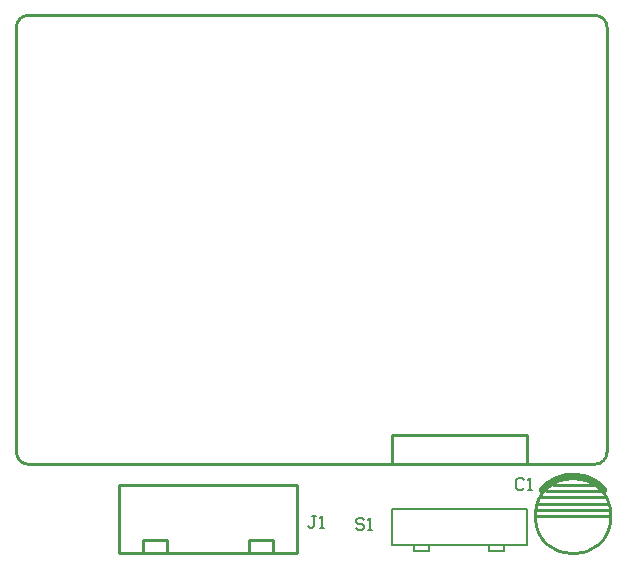
<source format=gto>
%FSLAX25Y25*%
%MOIN*%
G70*
G01*
G75*
G04 Layer_Color=65535*
%ADD10C,0.03000*%
%ADD11C,0.01500*%
%ADD12C,0.06000*%
%ADD13C,0.07087*%
%ADD14C,0.15748*%
%ADD15O,0.03150X0.05118*%
%ADD16R,0.03150X0.05118*%
%ADD17C,0.27559*%
%ADD18R,0.05000X0.06000*%
%ADD19C,0.01000*%
%ADD20C,0.02362*%
%ADD21C,0.00984*%
%ADD22C,0.00800*%
%ADD23C,0.00787*%
%ADD24C,0.00600*%
D19*
X200098Y13921D02*
G03*
X200098Y13921I-12598J0D01*
G01*
X1945Y35193D02*
G03*
X5882Y31256I3937J0D01*
G01*
Y180862D02*
G03*
X1945Y176925I0J-3937D01*
G01*
X198795D02*
G03*
X194858Y180862I-3937J0D01*
G01*
Y31256D02*
G03*
X198795Y35193I0J3937D01*
G01*
X87468Y1811D02*
Y5811D01*
X79594D02*
X87468D01*
X79594Y1811D02*
Y5811D01*
X52035Y1811D02*
Y5811D01*
X44161D02*
X52035D01*
X44161Y1811D02*
Y5811D01*
X36287Y1748D02*
X95342D01*
X36287Y24386D02*
X95342D01*
Y1748D02*
Y24386D01*
X36287Y1748D02*
Y24386D01*
X198795Y35193D02*
Y176925D01*
X5882Y180862D02*
X194858D01*
X1945Y35193D02*
Y176925D01*
X5882Y31256D02*
X194858D01*
X127087D02*
Y41098D01*
X172087D01*
Y31256D02*
Y41098D01*
D20*
X197736Y22670D02*
G03*
X177264Y22670I-10236J-8961D01*
G01*
D21*
X175295Y13921D02*
X199705D01*
X175295Y15890D02*
X199705D01*
X175689Y17858D02*
X199311D01*
X176870Y20221D02*
X198130D01*
X178445Y22189D02*
X196949D01*
X180807Y24158D02*
X194193D01*
D22*
X134500Y2437D02*
Y4437D01*
Y2437D02*
X139500D01*
Y4437D01*
X159500Y2437D02*
Y4437D01*
Y2437D02*
X164500D01*
Y4437D01*
D23*
X172000D02*
Y16437D01*
X127000Y4437D02*
X172000D01*
X127000D02*
Y16437D01*
X172000D01*
D24*
X171166Y25832D02*
X170499Y26499D01*
X169167D01*
X168500Y25832D01*
Y23167D01*
X169167Y22500D01*
X170499D01*
X171166Y23167D01*
X172499Y22500D02*
X173832D01*
X173165D01*
Y26499D01*
X172499Y25832D01*
X117666Y12769D02*
X116999Y13436D01*
X115666D01*
X115000Y12769D01*
Y12103D01*
X115666Y11436D01*
X116999D01*
X117666Y10770D01*
Y10103D01*
X116999Y9437D01*
X115666D01*
X115000Y10103D01*
X118999Y9437D02*
X120332D01*
X119665D01*
Y13436D01*
X118999Y12769D01*
X101666Y13999D02*
X100333D01*
X100999D01*
Y10667D01*
X100333Y10000D01*
X99666D01*
X99000Y10667D01*
X102999Y10000D02*
X104332D01*
X103665D01*
Y13999D01*
X102999Y13332D01*
M02*

</source>
